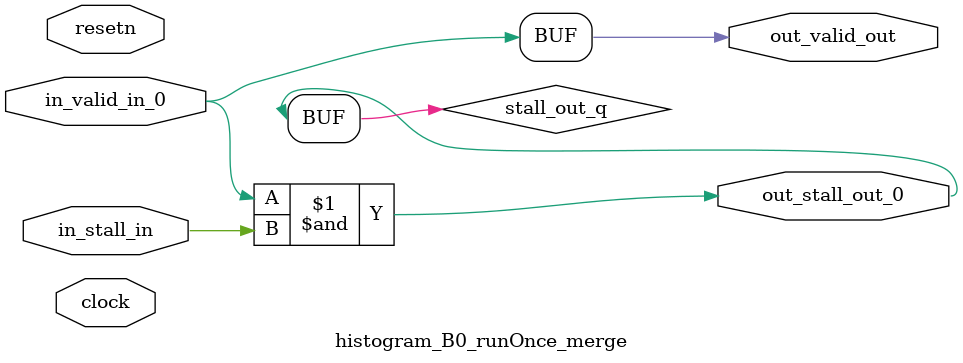
<source format=sv>



(* altera_attribute = "-name AUTO_SHIFT_REGISTER_RECOGNITION OFF; -name MESSAGE_DISABLE 10036; -name MESSAGE_DISABLE 10037; -name MESSAGE_DISABLE 14130; -name MESSAGE_DISABLE 14320; -name MESSAGE_DISABLE 15400; -name MESSAGE_DISABLE 14130; -name MESSAGE_DISABLE 10036; -name MESSAGE_DISABLE 12020; -name MESSAGE_DISABLE 12030; -name MESSAGE_DISABLE 12010; -name MESSAGE_DISABLE 12110; -name MESSAGE_DISABLE 14320; -name MESSAGE_DISABLE 13410; -name MESSAGE_DISABLE 113007; -name MESSAGE_DISABLE 10958" *)
module histogram_B0_runOnce_merge (
    input wire [0:0] in_stall_in,
    input wire [0:0] in_valid_in_0,
    output wire [0:0] out_stall_out_0,
    output wire [0:0] out_valid_out,
    input wire clock,
    input wire resetn
    );

    wire [0:0] stall_out_q;


    // stall_out(LOGICAL,6)
    assign stall_out_q = in_valid_in_0 & in_stall_in;

    // out_stall_out_0(GPOUT,4)
    assign out_stall_out_0 = stall_out_q;

    // out_valid_out(GPOUT,5)
    assign out_valid_out = in_valid_in_0;

endmodule

</source>
